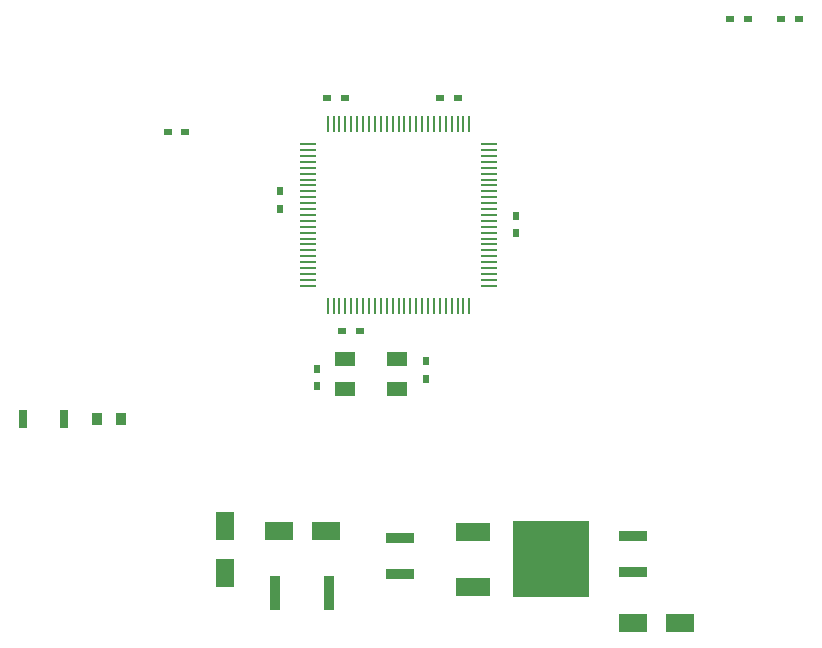
<source format=gtp>
%TF.GenerationSoftware,KiCad,Pcbnew,4.0.4+e1-6308~48~ubuntu16.04.1-stable*%
%TF.CreationDate,2017-01-06T13:21:20-08:00*%
%TF.ProjectId,atmega2560,61746D656761323536302E6B69636164,v1.0*%
%TF.FileFunction,Paste,Top*%
%FSLAX46Y46*%
G04 Gerber Fmt 4.6, Leading zero omitted, Abs format (unit mm)*
G04 Created by KiCad (PCBNEW 4.0.4+e1-6308~48~ubuntu16.04.1-stable) date Fri Jan  6 13:21:20 2017*
%MOMM*%
%LPD*%
G01*
G04 APERTURE LIST*
%ADD10C,0.350000*%
%ADD11R,2.347600X0.847600*%
%ADD12R,0.647600X0.597600*%
%ADD13R,0.597600X0.647600*%
%ADD14R,1.648460X2.346960*%
%ADD15R,2.346960X1.648460*%
%ADD16R,0.847600X2.847600*%
%ADD17R,0.847600X1.097600*%
%ADD18R,0.647600X1.547600*%
%ADD19R,2.895600X1.498600*%
%ADD20R,6.548120X6.548120*%
%ADD21R,1.347600X0.147600*%
%ADD22R,0.147600X1.347600*%
%ADD23R,1.752600X1.244600*%
G04 APERTURE END LIST*
D10*
D11*
X143357600Y-132181600D03*
X143357600Y-129181600D03*
D12*
X125171200Y-94792800D03*
X123671200Y-94792800D03*
D11*
X163068000Y-132029200D03*
X163068000Y-129029200D03*
D13*
X136347200Y-116332000D03*
X136347200Y-114832000D03*
X145542000Y-114198400D03*
X145542000Y-115698400D03*
D12*
X138684000Y-91948000D03*
X137184000Y-91948000D03*
D13*
X153162000Y-103378000D03*
X153162000Y-101878000D03*
D12*
X138454000Y-111633000D03*
X139954000Y-111633000D03*
D13*
X133146800Y-99771200D03*
X133146800Y-101271200D03*
D12*
X148234400Y-91897200D03*
X146734400Y-91897200D03*
D14*
X128524000Y-128132840D03*
X128524000Y-132130800D03*
D15*
X137058400Y-128574800D03*
X133060440Y-128574800D03*
X167065960Y-136347200D03*
X163068000Y-136347200D03*
D16*
X132740400Y-133807200D03*
X137340400Y-133807200D03*
D12*
X177088800Y-85191600D03*
X175588800Y-85191600D03*
X171297600Y-85191600D03*
X172797600Y-85191600D03*
D17*
X119684800Y-119075200D03*
X117684800Y-119075200D03*
D18*
X114858800Y-119075200D03*
X111458800Y-119075200D03*
D19*
X149504400Y-128676400D03*
D20*
X156154120Y-130977640D03*
D19*
X149504400Y-133278880D03*
D21*
X135518001Y-95816001D03*
X135518001Y-96316001D03*
X135518001Y-96816001D03*
X135518001Y-97316001D03*
X135518001Y-97816001D03*
X135518001Y-98316001D03*
X135518001Y-98816001D03*
X135518001Y-99316001D03*
X135518001Y-99816001D03*
X135518001Y-100316001D03*
X135518001Y-100816001D03*
X135518001Y-101316001D03*
X135518001Y-101816001D03*
X135518001Y-102316001D03*
X135518001Y-102816001D03*
X135518001Y-103316001D03*
X135518001Y-103816001D03*
X135518001Y-104316001D03*
X135518001Y-104816001D03*
X135518001Y-105316001D03*
X135518001Y-105816001D03*
X135518001Y-106316001D03*
X135518001Y-106816001D03*
X135518001Y-107316001D03*
X135518001Y-107816001D03*
D22*
X137218001Y-109516001D03*
X137718001Y-109516001D03*
X138218001Y-109516001D03*
X138718001Y-109516001D03*
X139218001Y-109516001D03*
X139718001Y-109516001D03*
X140218001Y-109516001D03*
X140718001Y-109516001D03*
X141218001Y-109516001D03*
X141718001Y-109516001D03*
X142218001Y-109516001D03*
X142718001Y-109516001D03*
X143218001Y-109516001D03*
X143718001Y-109516001D03*
X144218001Y-109516001D03*
X144718001Y-109516001D03*
X145218001Y-109516001D03*
X145718001Y-109516001D03*
X146218001Y-109516001D03*
X146718001Y-109516001D03*
X147218001Y-109516001D03*
X147718001Y-109516001D03*
X148218001Y-109516001D03*
X148718001Y-109516001D03*
X149218001Y-109516001D03*
D21*
X150918001Y-107816001D03*
X150918001Y-107316001D03*
X150918001Y-106816001D03*
X150918001Y-106316001D03*
X150918001Y-105816001D03*
X150918001Y-105316001D03*
X150918001Y-104816001D03*
X150918001Y-104316001D03*
X150918001Y-103816001D03*
X150918001Y-103316001D03*
X150918001Y-102816001D03*
X150918001Y-102316001D03*
X150918001Y-101816001D03*
X150918001Y-101316001D03*
X150918001Y-100816001D03*
X150918001Y-100316001D03*
X150918001Y-99816001D03*
X150918001Y-99316001D03*
X150918001Y-98816001D03*
X150918001Y-98316001D03*
X150918001Y-97816001D03*
X150918001Y-97316001D03*
X150918001Y-96816001D03*
X150918001Y-96316001D03*
X150918001Y-95816001D03*
D22*
X149218001Y-94116001D03*
X148718001Y-94116001D03*
X148218001Y-94116001D03*
X147718001Y-94116001D03*
X147218001Y-94116001D03*
X146718001Y-94116001D03*
X146218001Y-94116001D03*
X145718001Y-94116001D03*
X145218001Y-94116001D03*
X144718001Y-94116001D03*
X144218001Y-94116001D03*
X143718001Y-94116001D03*
X143218001Y-94116001D03*
X142718001Y-94116001D03*
X142218001Y-94116001D03*
X141718001Y-94116001D03*
X141218001Y-94116001D03*
X140718001Y-94116001D03*
X140218001Y-94116001D03*
X139718001Y-94116001D03*
X139218001Y-94116001D03*
X138718001Y-94116001D03*
X138218001Y-94116001D03*
X137718001Y-94116001D03*
X137218001Y-94116001D03*
D23*
X143129000Y-114046000D03*
X138658600Y-114046000D03*
X143129000Y-116535200D03*
X138658600Y-116535200D03*
M02*

</source>
